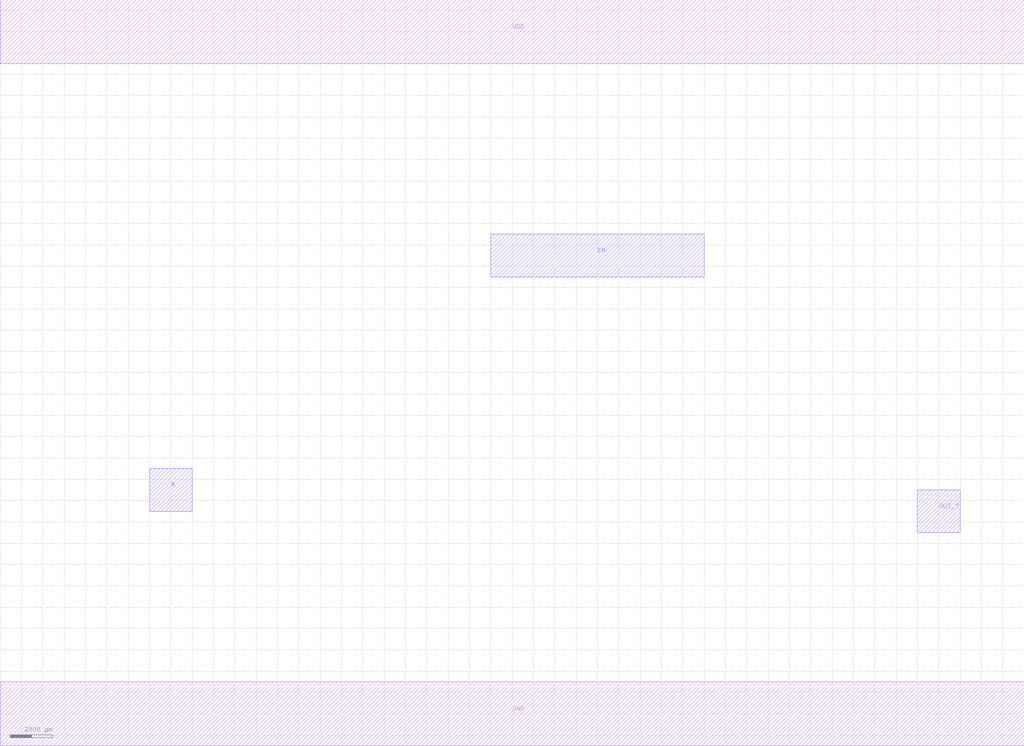
<source format=lef>
MACRO RIGHT
 CLASS CORE ;
 ORIGIN 0 0 ;
 FOREIGN RIGHT 0 0 ;
 SITE CORE ;
 SYMMETRY X Y R90 ;
  PIN VDD
   DIRECTION INOUT ;
   USE SIGNAL ;
   SHAPE ABUTMENT ;
    PORT
     CLASS CORE ;
       LAYER metal1 ;
        RECT 0.00000000 30500.00000000 48000.00000000 33500.00000000 ;
    END
  END VDD

  PIN GND
   DIRECTION INOUT ;
   USE SIGNAL ;
   SHAPE ABUTMENT ;
    PORT
     CLASS CORE ;
       LAYER metal1 ;
        RECT 0.00000000 -1500.00000000 48000.00000000 1500.00000000 ;
    END
  END GND

  PIN OUT_T
   DIRECTION INOUT ;
   USE SIGNAL ;
   SHAPE ABUTMENT ;
    PORT
     CLASS CORE ;
       LAYER metal2 ;
        RECT 43000.00000000 8500.00000000 45000.00000000 10500.00000000 ;
    END
  END OUT_T

  PIN A
   DIRECTION INOUT ;
   USE SIGNAL ;
   SHAPE ABUTMENT ;
    PORT
     CLASS CORE ;
       LAYER metal2 ;
        RECT 7000.00000000 9500.00000000 9000.00000000 11500.00000000 ;
    END
  END A

  PIN EN
   DIRECTION INOUT ;
   USE SIGNAL ;
   SHAPE ABUTMENT ;
    PORT
     CLASS CORE ;
       LAYER metal2 ;
        RECT 23000.00000000 20500.00000000 33000.00000000 22500.00000000 ;
    END
  END EN


END RIGHT

</source>
